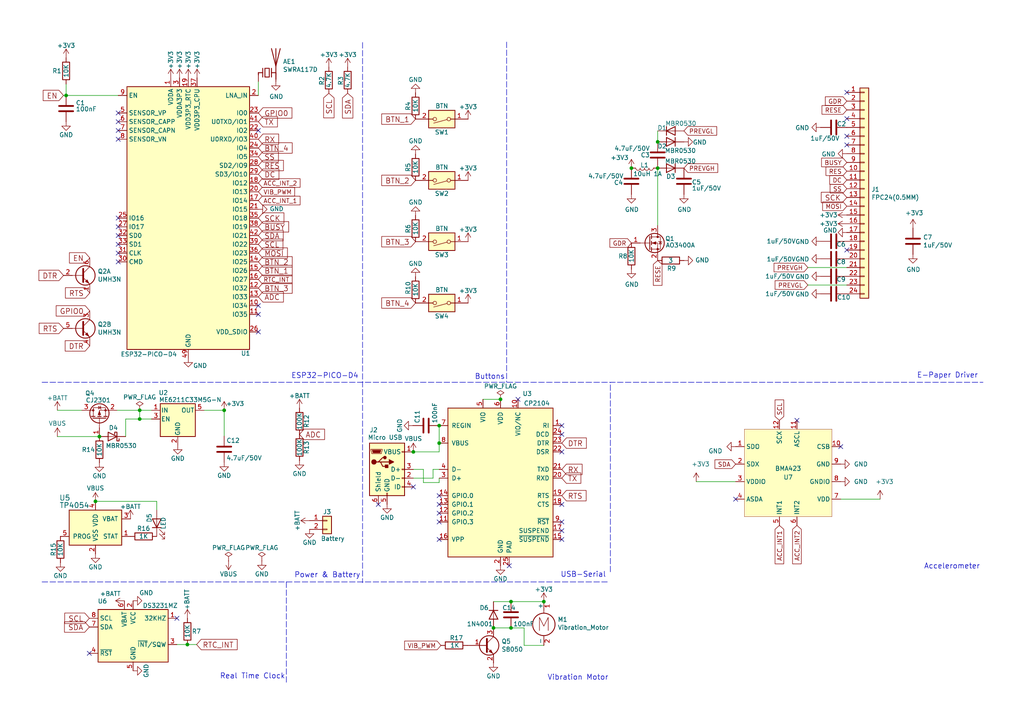
<source format=kicad_sch>
(kicad_sch (version 20210126) (generator eeschema)
  (paper "A4")
  (title_block (title "Watchy") (rev "1.5"))
  (junction (at 19.177 27.686) (diameter 0.9144))
  (junction (at 27.686 145.415) (diameter 0.9144))
  (junction (at 28.829 126.619) (diameter 0.9144))
  (junction (at 40.513 118.999) (diameter 0.9144))
  (junction (at 40.513 121.539) (diameter 0.9144))
  (junction (at 54.356 186.944) (diameter 0.9144))
  (junction (at 65.024 118.999) (diameter 0.9144))
  (junction (at 119.888 131.064) (diameter 0.9144))
  (junction (at 127.381 123.444) (diameter 0.9144))
  (junction (at 127.381 128.524) (diameter 0.9144))
  (junction (at 143.129 182.118) (diameter 0.9144))
  (junction (at 145.161 115.824) (diameter 0.9144))
  (junction (at 148.209 174.498) (diameter 0.9144))
  (junction (at 148.209 182.118) (diameter 0.9144))
  (junction (at 157.734 174.498) (diameter 0.9144))
  (junction (at 183.134 48.768) (diameter 0.9144))
  (junction (at 190.754 41.148) (diameter 0.9144))
  (junction (at 190.754 48.768) (diameter 0.9144))
  (no_connect (at 25.908 189.484))
  (no_connect (at 34.29 32.766))
  (no_connect (at 34.29 35.306))
  (no_connect (at 34.29 37.846))
  (no_connect (at 34.29 40.386))
  (no_connect (at 34.29 63.246))
  (no_connect (at 34.29 65.786))
  (no_connect (at 34.29 68.326))
  (no_connect (at 34.29 70.866))
  (no_connect (at 34.29 73.406))
  (no_connect (at 34.29 75.946))
  (no_connect (at 51.308 179.324))
  (no_connect (at 74.93 37.846))
  (no_connect (at 74.93 88.646))
  (no_connect (at 74.93 91.186))
  (no_connect (at 74.93 96.266))
  (no_connect (at 109.728 146.304))
  (no_connect (at 119.888 141.224))
  (no_connect (at 127.381 143.764))
  (no_connect (at 127.381 146.304))
  (no_connect (at 127.381 148.844))
  (no_connect (at 127.381 151.384))
  (no_connect (at 127.381 156.464))
  (no_connect (at 147.701 164.084))
  (no_connect (at 150.241 115.824))
  (no_connect (at 162.941 123.444))
  (no_connect (at 162.941 125.984))
  (no_connect (at 162.941 131.064))
  (no_connect (at 162.941 146.304))
  (no_connect (at 162.941 151.384))
  (no_connect (at 162.941 153.924))
  (no_connect (at 162.941 156.464))
  (no_connect (at 213.36 144.78))
  (no_connect (at 231.14 121.92))
  (no_connect (at 243.84 129.54))
  (no_connect (at 245.618 26.797))
  (no_connect (at 245.618 34.417))
  (no_connect (at 245.618 39.497))
  (no_connect (at 245.618 42.037))
  (no_connect (at 245.618 72.517))
  (no_connect (at 370.84 99.06))
  (no_connect (at 370.84 106.68))
  (no_connect (at 406.4 99.06))
  (wire (pts (xy 16.637 118.999) (xy 23.749 118.999)))
  (wire (pts (xy 18.415 27.686) (xy 19.177 27.686)))
  (wire (pts (xy 19.177 24.384) (xy 19.177 27.686)))
  (wire (pts (xy 19.177 27.686) (xy 34.29 27.686)))
  (wire (pts (xy 27.686 145.415) (xy 45.466 145.415)))
  (wire (pts (xy 28.829 126.619) (xy 16.637 126.619)))
  (wire (pts (xy 33.909 118.999) (xy 40.513 118.999)))
  (wire (pts (xy 36.449 121.539) (xy 40.513 121.539)))
  (wire (pts (xy 36.449 126.619) (xy 36.449 121.539)))
  (wire (pts (xy 40.513 118.999) (xy 40.513 121.539)))
  (wire (pts (xy 40.513 118.999) (xy 43.942 118.999)))
  (wire (pts (xy 40.513 121.539) (xy 43.942 121.539)))
  (wire (pts (xy 45.466 145.415) (xy 45.466 147.955)))
  (wire (pts (xy 51.308 186.944) (xy 54.356 186.944)))
  (wire (pts (xy 54.356 186.944) (xy 57.023 186.944)))
  (wire (pts (xy 59.182 118.999) (xy 65.024 118.999)))
  (wire (pts (xy 65.024 118.999) (xy 65.024 126.492)))
  (wire (pts (xy 74.93 27.686) (xy 74.93 23.622)))
  (wire (pts (xy 119.888 136.144) (xy 122.809 136.144)))
  (wire (pts (xy 119.888 138.684) (xy 125.603 138.684)))
  (wire (pts (xy 122.809 136.144) (xy 122.809 139.954)))
  (wire (pts (xy 122.809 139.954) (xy 127.381 139.954)))
  (wire (pts (xy 125.603 136.144) (xy 127.381 136.144)))
  (wire (pts (xy 125.603 138.684) (xy 125.603 136.144)))
  (wire (pts (xy 127.381 128.524) (xy 127.381 123.444)))
  (wire (pts (xy 127.381 131.064) (xy 119.888 131.064)))
  (wire (pts (xy 127.381 131.064) (xy 127.381 128.524)))
  (wire (pts (xy 127.381 139.954) (xy 127.381 138.684)))
  (wire (pts (xy 140.081 115.824) (xy 145.161 115.824)))
  (wire (pts (xy 143.129 174.498) (xy 148.209 174.498)))
  (wire (pts (xy 148.209 174.498) (xy 157.734 174.498)))
  (wire (pts (xy 148.209 182.118) (xy 143.129 182.118)))
  (wire (pts (xy 148.209 182.118) (xy 152.019 182.118)))
  (wire (pts (xy 152.019 182.118) (xy 152.019 187.198)))
  (wire (pts (xy 152.019 187.198) (xy 157.734 187.198)))
  (wire (pts (xy 190.754 41.148) (xy 190.754 37.973)))
  (wire (pts (xy 190.754 48.768) (xy 190.754 65.405)))
  (wire (pts (xy 201.93 139.7) (xy 213.36 139.7)))
  (wire (pts (xy 243.84 144.78) (xy 255.27 144.78)))
  (wire (pts (xy 245.618 77.597) (xy 234.315 77.597)))
  (wire (pts (xy 245.618 82.677) (xy 234.315 82.677)))
  (polyline (pts (xy 12.192 110.871) (xy 285.115 110.871)) (stroke (width 0) (type dash)))
  (polyline (pts (xy 12.192 168.783) (xy 176.149 168.783)) (stroke (width 0) (type dash)))
  (polyline (pts (xy 83.058 168.783) (xy 83.058 197.993)) (stroke (width 0) (type dash)))
  (polyline (pts (xy 105.156 12.319) (xy 105.156 169.037)) (stroke (width 0) (type dash)))
  (polyline (pts (xy 146.939 12.192) (xy 146.939 110.871)) (stroke (width 0) (type dash)))
  (polyline (pts (xy 177.038 165.862) (xy 177.038 110.871)) (stroke (width 0) (type dash)))
  (text "Real Time Clock" (at 63.754 197.104 0) (effects (font (size 1.524 1.524)) (justify left bottom)))
  (text "ESP32-PICO-D4" (at 84.455 109.982 0) (effects (font (size 1.524 1.524)) (justify left bottom)))
  (text "Power & Battery" (at 85.344 167.767 0) (effects (font (size 1.524 1.524)) (justify left bottom)))
  (text "Buttons" (at 137.668 110.236 0) (effects (font (size 1.524 1.524)) (justify left bottom)))
  (text "Vibration Motor" (at 158.75 197.485 0) (effects (font (size 1.524 1.524)) (justify left bottom)))
  (text "USB-Serial" (at 162.56 167.64 0) (effects (font (size 1.524 1.524)) (justify left bottom)))
  (text "E-Paper Driver" (at 265.938 109.855 0) (effects (font (size 1.524 1.524)) (justify left bottom)))
  (text "Accelerometer" (at 267.97 165.227 0) (effects (font (size 1.524 1.524)) (justify left bottom)))
  (global_label "EN" (shape input) (at 18.415 27.686 180) (effects (font (size 1.524 1.524))) (property "Intersheet References" "${INTERSHEET_REFS}" (effects hide)))
  (global_label "DTR" (shape input) (at 18.415 79.883 180) (effects (font (size 1.524 1.524))) (property "Intersheet References" "${INTERSHEET_REFS}" (effects hide)))
  (global_label "RTS" (shape input) (at 18.415 95.25 180) (effects (font (size 1.524 1.524))) (property "Intersheet References" "${INTERSHEET_REFS}" (effects hide)))
  (global_label "SCL" (shape input) (at 25.908 179.324 180) (effects (font (size 1.524 1.524))) (property "Intersheet References" "${INTERSHEET_REFS}" (effects hide)))
  (global_label "SDA" (shape input) (at 25.908 181.864 180) (effects (font (size 1.524 1.524))) (property "Intersheet References" "${INTERSHEET_REFS}" (effects hide)))
  (global_label "EN" (shape input) (at 26.035 74.803 180) (effects (font (size 1.524 1.524))) (property "Intersheet References" "${INTERSHEET_REFS}" (effects hide)))
  (global_label "RTS" (shape input) (at 26.035 84.963 180) (effects (font (size 1.524 1.524))) (property "Intersheet References" "${INTERSHEET_REFS}" (effects hide)))
  (global_label "GPIO0" (shape input) (at 26.035 90.17 180) (effects (font (size 1.524 1.524))) (property "Intersheet References" "${INTERSHEET_REFS}" (effects hide)))
  (global_label "DTR" (shape input) (at 26.035 100.33 180) (effects (font (size 1.524 1.524))) (property "Intersheet References" "${INTERSHEET_REFS}" (effects hide)))
  (global_label "RTC_INT" (shape input) (at 57.023 186.944 0) (effects (font (size 1.524 1.524))) (property "Intersheet References" "${INTERSHEET_REFS}" (effects hide)))
  (global_label "GPIO0" (shape input) (at 74.93 32.766 0) (effects (font (size 1.524 1.524))) (property "Intersheet References" "${INTERSHEET_REFS}" (effects hide)))
  (global_label "TX" (shape input) (at 74.93 35.306 0) (effects (font (size 1.524 1.524))) (property "Intersheet References" "${INTERSHEET_REFS}" (effects hide)))
  (global_label "RX" (shape input) (at 74.93 40.386 0) (effects (font (size 1.524 1.524))) (property "Intersheet References" "${INTERSHEET_REFS}" (effects hide)))
  (global_label "BTN_4" (shape input) (at 74.93 42.926 0) (effects (font (size 1.524 1.524))) (property "Intersheet References" "${INTERSHEET_REFS}" (effects hide)))
  (global_label "SS" (shape input) (at 74.93 45.466 0) (effects (font (size 1.524 1.524))) (property "Intersheet References" "${INTERSHEET_REFS}" (effects hide)))
  (global_label "RES" (shape input) (at 74.93 48.006 0) (effects (font (size 1.524 1.524))) (property "Intersheet References" "${INTERSHEET_REFS}" (effects hide)))
  (global_label "DC" (shape input) (at 74.93 50.546 0) (effects (font (size 1.524 1.524))) (property "Intersheet References" "${INTERSHEET_REFS}" (effects hide)))
  (global_label "ACC_INT_2" (shape input) (at 74.93 53.086 0) (property "Intersheet References" "${INTERSHEET_REFS}" (effects hide)))
  (global_label "VIB_PWM" (shape input) (at 74.93 55.626 0) (property "Intersheet References" "${INTERSHEET_REFS}" (effects hide)))
  (global_label "ACC_INT_1" (shape input) (at 74.93 58.166 0) (property "Intersheet References" "${INTERSHEET_REFS}" (effects hide)))
  (global_label "SCK" (shape input) (at 74.93 63.246 0) (effects (font (size 1.524 1.524))) (property "Intersheet References" "${INTERSHEET_REFS}" (effects hide)))
  (global_label "BUSY" (shape input) (at 74.93 65.786 0) (effects (font (size 1.524 1.524))) (property "Intersheet References" "${INTERSHEET_REFS}" (effects hide)))
  (global_label "SDA" (shape input) (at 74.93 68.326 0) (effects (font (size 1.524 1.524))) (property "Intersheet References" "${INTERSHEET_REFS}" (effects hide)))
  (global_label "SCL" (shape input) (at 74.93 70.866 0) (effects (font (size 1.524 1.524))) (property "Intersheet References" "${INTERSHEET_REFS}" (effects hide)))
  (global_label "MOSI" (shape input) (at 74.93 73.406 0) (effects (font (size 1.524 1.524))) (property "Intersheet References" "${INTERSHEET_REFS}" (effects hide)))
  (global_label "BTN_2" (shape input) (at 74.93 75.946 0) (effects (font (size 1.524 1.524))) (property "Intersheet References" "${INTERSHEET_REFS}" (effects hide)))
  (global_label "BTN_1" (shape input) (at 74.93 78.486 0) (effects (font (size 1.524 1.524))) (property "Intersheet References" "${INTERSHEET_REFS}" (effects hide)))
  (global_label "RTC_INT" (shape input) (at 74.93 81.026 0) (property "Intersheet References" "${INTERSHEET_REFS}" (effects hide)))
  (global_label "BTN_3" (shape input) (at 74.93 83.566 0) (effects (font (size 1.524 1.524))) (property "Intersheet References" "${INTERSHEET_REFS}" (effects hide)))
  (global_label "ADC" (shape input) (at 74.93 86.106 0) (effects (font (size 1.524 1.524))) (property "Intersheet References" "${INTERSHEET_REFS}" (effects hide)))
  (global_label "ADC" (shape input) (at 86.868 125.984 0) (effects (font (size 1.524 1.524))) (property "Intersheet References" "${INTERSHEET_REFS}" (effects hide)))
  (global_label "SCL" (shape input) (at 95.377 27.051 270) (effects (font (size 1.524 1.524))) (property "Intersheet References" "${INTERSHEET_REFS}" (effects hide)))
  (global_label "SDA" (shape input) (at 100.838 27.051 270) (effects (font (size 1.524 1.524))) (property "Intersheet References" "${INTERSHEET_REFS}" (effects hide)))
  (global_label "BTN_1" (shape input) (at 120.523 34.544 180) (effects (font (size 1.524 1.524))) (property "Intersheet References" "${INTERSHEET_REFS}" (effects hide)))
  (global_label "BTN_2" (shape input) (at 120.523 52.324 180) (effects (font (size 1.524 1.524))) (property "Intersheet References" "${INTERSHEET_REFS}" (effects hide)))
  (global_label "BTN_3" (shape input) (at 120.523 70.104 180) (effects (font (size 1.524 1.524))) (property "Intersheet References" "${INTERSHEET_REFS}" (effects hide)))
  (global_label "BTN_4" (shape input) (at 120.523 87.884 180) (effects (font (size 1.524 1.524))) (property "Intersheet References" "${INTERSHEET_REFS}" (effects hide)))
  (global_label "VIB_PWM" (shape input) (at 127.889 187.198 180) (property "Intersheet References" "${INTERSHEET_REFS}" (effects hide)))
  (global_label "DTR" (shape input) (at 162.941 128.524 0) (effects (font (size 1.524 1.524))) (property "Intersheet References" "${INTERSHEET_REFS}" (effects hide)))
  (global_label "RX" (shape input) (at 162.941 136.144 0) (effects (font (size 1.524 1.524))) (property "Intersheet References" "${INTERSHEET_REFS}" (effects hide)))
  (global_label "TX" (shape input) (at 162.941 138.684 0) (effects (font (size 1.524 1.524))) (property "Intersheet References" "${INTERSHEET_REFS}" (effects hide)))
  (global_label "RTS" (shape input) (at 162.941 143.764 0) (effects (font (size 1.524 1.524))) (property "Intersheet References" "${INTERSHEET_REFS}" (effects hide)))
  (global_label "GDR" (shape input) (at 183.134 70.485 180) (property "Intersheet References" "${INTERSHEET_REFS}" (effects hide)))
  (global_label "RESE" (shape input) (at 190.754 75.565 270) (property "Intersheet References" "${INTERSHEET_REFS}" (effects hide)))
  (global_label "PREVGL" (shape input) (at 198.374 37.973 0) (property "Intersheet References" "${INTERSHEET_REFS}" (effects hide)))
  (global_label "PREVGH" (shape input) (at 198.374 48.768 0) (property "Intersheet References" "${INTERSHEET_REFS}" (effects hide)))
  (global_label "SDA" (shape input) (at 213.36 134.62 180) (property "Intersheet References" "${INTERSHEET_REFS}" (effects hide)))
  (global_label "SCL" (shape input) (at 226.06 121.92 90) (property "Intersheet References" "${INTERSHEET_REFS}" (effects hide)))
  (global_label "ACC_INT1" (shape input) (at 226.06 152.4 270) (property "Intersheet References" "${INTERSHEET_REFS}" (effects hide)))
  (global_label "ACC_INT2" (shape input) (at 231.14 152.4 270) (property "Intersheet References" "${INTERSHEET_REFS}" (effects hide)))
  (global_label "PREVGH" (shape input) (at 234.315 77.597 180) (property "Intersheet References" "${INTERSHEET_REFS}" (effects hide)))
  (global_label "PREVGL" (shape input) (at 234.315 82.677 180) (property "Intersheet References" "${INTERSHEET_REFS}" (effects hide)))
  (global_label "GDR" (shape input) (at 245.618 29.337 180) (property "Intersheet References" "${INTERSHEET_REFS}" (effects hide)))
  (global_label "RESE" (shape input) (at 245.618 31.877 180) (property "Intersheet References" "${INTERSHEET_REFS}" (effects hide)))
  (global_label "BUSY" (shape input) (at 245.618 47.117 180) (property "Intersheet References" "${INTERSHEET_REFS}" (effects hide)))
  (global_label "RES" (shape input) (at 245.618 49.657 180) (property "Intersheet References" "${INTERSHEET_REFS}" (effects hide)))
  (global_label "DC" (shape input) (at 245.618 52.197 180) (property "Intersheet References" "${INTERSHEET_REFS}" (effects hide)))
  (global_label "SS" (shape input) (at 245.618 54.737 180) (property "Intersheet References" "${INTERSHEET_REFS}" (effects hide)))
  (global_label "SCK" (shape input) (at 245.618 57.277 180) (effects (font (size 1.524 1.524))) (property "Intersheet References" "${INTERSHEET_REFS}" (effects hide)))
  (global_label "MOSI" (shape input) (at 245.618 59.817 180) (property "Intersheet References" "${INTERSHEET_REFS}" (effects hide)))
  (global_label "SCL" (shape input) (at 370.84 101.6 180) (effects (font (size 1.524 1.524))) (property "Intersheet References" "${INTERSHEET_REFS}" (effects hide)))
  (global_label "ACC_INT_1" (shape input) (at 370.84 111.76 180) (property "Intersheet References" "${INTERSHEET_REFS}" (effects hide)))
  (global_label "ACC_INT_2" (shape input) (at 370.84 114.3 180) (property "Intersheet References" "${INTERSHEET_REFS}" (effects hide)))
  (global_label "SDA" (shape input) (at 370.84 124.46 180) (effects (font (size 1.524 1.524))) (property "Intersheet References" "${INTERSHEET_REFS}" (effects hide)))
  (symbol (lib_id "power:PWR_FLAG") (at 40.513 118.999 0) (unit 1)
    (property "Reference" "#FLG02" (effects hide))
    (property "Value" "PWR_FLAG" (at 40.513 115.189 0))
  )
  (symbol (lib_id "power:PWR_FLAG") (at 66.294 162.687 0) (unit 1)
    (property "Reference" "#FLG0101" (effects hide))
    (property "Value" "PWR_FLAG" (at 66.294 158.877 0))
  )
  (symbol (lib_id "power:PWR_FLAG") (at 75.946 162.687 0) (unit 1)
    (property "Reference" "#FLG0102" (effects hide))
    (property "Value" "PWR_FLAG" (at 75.946 158.877 0))
  )
  (symbol (lib_id "power:PWR_FLAG") (at 145.161 115.824 0) (unit 1)
    (property "Reference" "#FLG01" (effects hide))
    (property "Value" "PWR_FLAG" (at 145.161 112.014 0))
  )
  (symbol (lib_id "power:+BATT") (at 16.637 118.999 0) (unit 1)
    (property "Reference" "#PWR038" (effects hide))
    (property "Value" "+BATT" (at 16.637 115.443 0))
  )
  (symbol (lib_id "power:VBUS") (at 16.637 126.619 0) (unit 1)
    (property "Reference" "#PWR043" (effects hide))
    (property "Value" "VBUS" (at 16.637 122.809 0))
  )
  (symbol (lib_id "power:+3V3") (at 19.177 16.764 0) (unit 1)
    (property "Reference" "#PWR01" (effects hide))
    (property "Value" "+3V3" (at 19.177 13.208 0))
  )
  (symbol (lib_id "power:VBUS") (at 27.686 145.415 0) (unit 1)
    (property "Reference" "#PWR052" (effects hide))
    (property "Value" "VBUS" (at 27.686 141.605 0))
  )
  (symbol (lib_id "power:+BATT") (at 36.068 174.244 90) (unit 1)
    (property "Reference" "#PWR061" (effects hide))
    (property "Value" "+BATT" (at 32.004 172.212 90))
  )
  (symbol (lib_id "power:+BATT") (at 37.846 150.495 0) (unit 1)
    (property "Reference" "#PWR053" (effects hide))
    (property "Value" "+BATT" (at 37.846 146.939 0))
  )
  (symbol (lib_id "power:+3V3") (at 49.53 22.606 0) (unit 1)
    (property "Reference" "#PWR04" (effects hide))
    (property "Value" "+3V3" (at 49.53 17.399 90))
  )
  (symbol (lib_id "power:+3V3") (at 52.07 22.606 0) (unit 1)
    (property "Reference" "#PWR05" (effects hide))
    (property "Value" "+3V3" (at 52.07 17.399 90))
  )
  (symbol (lib_id "power:+BATT") (at 54.356 179.324 0) (unit 1)
    (property "Reference" "#PWR0102" (effects hide))
    (property "Value" "+BATT" (at 54.229 173.863 90))
  )
  (symbol (lib_id "power:+3V3") (at 54.61 22.606 0) (unit 1)
    (property "Reference" "#PWR06" (effects hide))
    (property "Value" "+3V3" (at 54.61 17.399 90))
  )
  (symbol (lib_id "power:+3V3") (at 57.15 22.606 0) (unit 1)
    (property "Reference" "#PWR07" (effects hide))
    (property "Value" "+3V3" (at 57.15 17.399 90))
  )
  (symbol (lib_id "power:+3V3") (at 65.024 118.999 0) (unit 1)
    (property "Reference" "#PWR039" (effects hide))
    (property "Value" "+3V3" (at 68.199 117.094 0))
  )
  (symbol (lib_id "power:VBUS") (at 66.294 162.687 180) (unit 1)
    (property "Reference" "#PWR0103" (effects hide))
    (property "Value" "VBUS" (at 66.294 166.497 0))
  )
  (symbol (lib_id "power:+BATT") (at 86.868 118.364 0) (unit 1)
    (property "Reference" "#PWR037" (effects hide))
    (property "Value" "+BATT" (at 86.868 114.808 0))
  )
  (symbol (lib_id "power:+BATT") (at 89.789 151.003 90) (unit 1)
    (property "Reference" "#PWR054" (effects hide))
    (property "Value" "+BATT" (at 86.233 151.003 0))
  )
  (symbol (lib_id "power:+3V3") (at 95.377 19.431 0) (unit 1)
    (property "Reference" "#PWR02" (effects hide))
    (property "Value" "+3V3" (at 95.377 15.875 0))
  )
  (symbol (lib_id "power:+3V3") (at 100.838 19.431 0) (unit 1)
    (property "Reference" "#PWR03" (effects hide))
    (property "Value" "+3V3" (at 100.838 15.875 0))
  )
  (symbol (lib_id "power:VBUS") (at 119.888 131.064 0) (unit 1)
    (property "Reference" "#PWR045" (effects hide))
    (property "Value" "VBUS" (at 119.888 127.254 0))
  )
  (symbol (lib_id "power:+3V3") (at 135.763 34.544 0) (unit 1)
    (property "Reference" "#PWR010" (effects hide))
    (property "Value" "+3V3" (at 135.763 30.988 0))
  )
  (symbol (lib_id "power:+3V3") (at 135.763 52.324 0) (unit 1)
    (property "Reference" "#PWR017" (effects hide))
    (property "Value" "+3V3" (at 135.763 48.768 0))
  )
  (symbol (lib_id "power:+3V3") (at 135.763 70.104 0) (unit 1)
    (property "Reference" "#PWR027" (effects hide))
    (property "Value" "+3V3" (at 135.763 66.548 0))
  )
  (symbol (lib_id "power:+3V3") (at 135.763 87.884 0) (unit 1)
    (property "Reference" "#PWR035" (effects hide))
    (property "Value" "+3V3" (at 135.763 84.328 0))
  )
  (symbol (lib_id "power:+3V3") (at 157.734 174.498 0) (unit 1)
    (property "Reference" "#PWR062" (effects hide))
    (property "Value" "+3V3" (at 157.734 170.942 0))
  )
  (symbol (lib_id "power:+3.3V") (at 183.134 48.768 0) (unit 1)
    (property "Reference" "#PWR016" (effects hide))
    (property "Value" "+3.3V" (at 179.705 45.72 0))
  )
  (symbol (lib_id "power:+3V3") (at 201.93 139.7 0) (unit 1)
    (property "Reference" "#PWR0106" (effects hide))
    (property "Value" "+3V3" (at 203.2 134.62 0))
  )
  (symbol (lib_id "power:+3.3V") (at 245.618 62.357 90) (unit 1)
    (property "Reference" "#PWR021" (effects hide))
    (property "Value" "+3.3V" (at 242.951 62.357 90) (effects (justify left)))
  )
  (symbol (lib_id "power:+3.3V") (at 245.618 64.897 90) (unit 1)
    (property "Reference" "#PWR023" (effects hide))
    (property "Value" "+3.3V" (at 242.951 64.897 90) (effects (justify left)))
  )
  (symbol (lib_id "power:+3V3") (at 255.27 144.78 0) (unit 1)
    (property "Reference" "#PWR0108" (effects hide))
    (property "Value" "+3V3" (at 256.54 139.7 0))
  )
  (symbol (lib_id "power:+3.3V") (at 264.795 66.167 0) (unit 1)
    (property "Reference" "#PWR024" (effects hide))
    (property "Value" "+3.3V" (at 265.176 61.7728 0))
  )
  (symbol (lib_id "power:+3V3") (at 406.4 91.44 0) (unit 1)
    (property "Reference" "#PWR040" (effects hide))
    (property "Value" "+3V3" (at 406.4 87.884 0))
  )
  (symbol (lib_id "power:+3V3") (at 406.4 93.98 180) (unit 1)
    (property "Reference" "#PWR041" (effects hide))
    (property "Value" "+3V3" (at 406.4 97.536 0))
  )
  (symbol (lib_id "Device:L") (at 186.944 48.768 270) (unit 1)
    (property "Reference" "L1" (at 186.944 47.879 90))
    (property "Value" "10uH 1A" (at 187.833 50.419 90))
    (property "Footprint" "Inductors:Inductor_Taiyo-Yuden_NR-40xx" (effects hide))
  )
  (symbol (lib_id "power:GND") (at 17.526 163.195 0) (unit 1)
    (property "Reference" "#PWR055" (effects hide))
    (property "Value" "GND" (at 17.526 167.005 0))
  )
  (symbol (lib_id "power:GND") (at 19.177 35.306 0) (unit 1)
    (property "Reference" "#PWR011" (effects hide))
    (property "Value" "GND" (at 19.177 39.116 0))
  )
  (symbol (lib_id "power:GND") (at 27.686 160.655 0) (unit 1)
    (property "Reference" "#PWR057" (effects hide))
    (property "Value" "GND" (at 27.686 164.465 0))
  )
  (symbol (lib_id "power:GND") (at 28.829 134.239 0) (unit 1)
    (property "Reference" "#PWR048" (effects hide))
    (property "Value" "GND" (at 28.829 138.049 0))
  )
  (symbol (lib_id "power:GND") (at 38.608 174.244 90) (unit 1)
    (property "Reference" "#PWR0101" (effects hide))
    (property "Value" "GND" (at 42.418 171.958 90))
  )
  (symbol (lib_id "power:GND") (at 38.608 194.564 90) (unit 1)
    (property "Reference" "#PWR064" (effects hide))
    (property "Value" "GND" (at 42.418 194.564 0))
  )
  (symbol (lib_id "power:GND") (at 51.562 129.159 0) (unit 1)
    (property "Reference" "#PWR044" (effects hide))
    (property "Value" "GND" (at 51.562 132.969 0))
  )
  (symbol (lib_id "power:GND") (at 54.61 103.886 0) (unit 1)
    (property "Reference" "#PWR036" (effects hide))
    (property "Value" "GND" (at 58.039 106.045 0))
  )
  (symbol (lib_id "power:GND") (at 65.024 134.112 0) (unit 1)
    (property "Reference" "#PWR047" (effects hide))
    (property "Value" "GND" (at 65.024 137.922 0))
  )
  (symbol (lib_id "power:GND") (at 74.93 60.706 90) (unit 1)
    (property "Reference" "#PWR020" (effects hide))
    (property "Value" "GND" (at 78.1812 60.579 90) (effects (justify right)))
  )
  (symbol (lib_id "power:GND") (at 75.946 162.687 0) (unit 1)
    (property "Reference" "#PWR0104" (effects hide))
    (property "Value" "GND" (at 75.946 166.497 0))
  )
  (symbol (lib_id "power:GND") (at 80.01 23.622 0) (unit 1)
    (property "Reference" "#PWR08" (effects hide))
    (property "Value" "GND" (at 80.137 28.0162 0))
  )
  (symbol (lib_id "power:GND") (at 86.868 133.604 0) (unit 1)
    (property "Reference" "#PWR046" (effects hide))
    (property "Value" "GND" (at 86.868 137.414 0))
  )
  (symbol (lib_id "power:GND") (at 89.789 153.543 0) (unit 1)
    (property "Reference" "#PWR056" (effects hide))
    (property "Value" "GND" (at 89.789 157.353 0))
  )
  (symbol (lib_id "power:GND") (at 112.268 146.304 0) (unit 1)
    (property "Reference" "#PWR050" (effects hide))
    (property "Value" "GND" (at 112.268 150.114 0))
  )
  (symbol (lib_id "power:GND") (at 119.761 123.444 270) (unit 1)
    (property "Reference" "#PWR042" (effects hide))
    (property "Value" "GND" (at 115.951 123.444 0))
  )
  (symbol (lib_id "power:GND") (at 120.523 26.924 180) (unit 1)
    (property "Reference" "#PWR09" (effects hide))
    (property "Value" "GND" (at 120.523 23.114 0))
  )
  (symbol (lib_id "power:GND") (at 120.523 44.704 180) (unit 1)
    (property "Reference" "#PWR015" (effects hide))
    (property "Value" "GND" (at 120.523 40.894 0))
  )
  (symbol (lib_id "power:GND") (at 120.523 62.484 180) (unit 1)
    (property "Reference" "#PWR022" (effects hide))
    (property "Value" "GND" (at 120.523 58.674 0))
  )
  (symbol (lib_id "power:GND") (at 120.523 80.264 180) (unit 1)
    (property "Reference" "#PWR033" (effects hide))
    (property "Value" "GND" (at 120.523 76.454 0))
  )
  (symbol (lib_id "power:GND") (at 143.129 192.278 0) (unit 1)
    (property "Reference" "#PWR063" (effects hide))
    (property "Value" "GND" (at 143.129 196.088 0))
  )
  (symbol (lib_id "power:GND") (at 145.161 164.084 0) (unit 1)
    (property "Reference" "#PWR060" (effects hide))
    (property "Value" "GND" (at 145.161 167.894 0))
  )
  (symbol (lib_id "power:GND") (at 183.134 56.388 0) (unit 1)
    (property "Reference" "#PWR018" (effects hide))
    (property "Value" "GND" (at 183.261 60.7822 0))
  )
  (symbol (lib_id "power:GND") (at 183.134 78.105 0) (unit 1)
    (property "Reference" "#PWR031" (effects hide))
    (property "Value" "GND" (at 183.261 82.4992 0))
  )
  (symbol (lib_id "power:GND") (at 198.374 41.148 90) (unit 1)
    (property "Reference" "#PWR013" (effects hide))
    (property "Value" "GND" (at 200.914 41.275 90) (effects (justify right)))
  )
  (symbol (lib_id "power:GND") (at 198.374 56.388 0) (unit 1)
    (property "Reference" "#PWR019" (effects hide))
    (property "Value" "GND" (at 198.501 60.7822 0))
  )
  (symbol (lib_id "power:GND") (at 198.374 75.565 90) (unit 1)
    (property "Reference" "#PWR030" (effects hide))
    (property "Value" "GND" (at 201.6252 75.438 90) (effects (justify right)))
  )
  (symbol (lib_id "power:GND") (at 213.36 129.54 270) (unit 1)
    (property "Reference" "#PWR0107" (effects hide))
    (property "Value" "GND" (at 209.55 130.81 90) (effects (justify right)))
  )
  (symbol (lib_id "power:GND") (at 237.998 36.957 270) (unit 1)
    (property "Reference" "#PWR012" (effects hide))
    (property "Value" "GND" (at 234.7468 37.084 90) (effects (justify right)))
  )
  (symbol (lib_id "power:GND") (at 237.998 69.977 270) (unit 1)
    (property "Reference" "#PWR026" (effects hide))
    (property "Value" "GND" (at 234.7468 70.104 90) (effects (justify right)))
  )
  (symbol (lib_id "power:GND") (at 237.998 75.057 270) (unit 1)
    (property "Reference" "#PWR029" (effects hide))
    (property "Value" "GND" (at 234.7468 75.184 90) (effects (justify right)))
  )
  (symbol (lib_id "power:GND") (at 237.998 80.137 270) (unit 1)
    (property "Reference" "#PWR032" (effects hide))
    (property "Value" "GND" (at 234.7468 80.264 90) (effects (justify right)))
  )
  (symbol (lib_id "power:GND") (at 237.998 85.217 270) (unit 1)
    (property "Reference" "#PWR034" (effects hide))
    (property "Value" "GND" (at 234.7468 85.344 90) (effects (justify right)))
  )
  (symbol (lib_id "power:GND") (at 243.84 134.62 90) (unit 1)
    (property "Reference" "#PWR0110" (effects hide))
    (property "Value" "GND" (at 247.65 134.62 90) (effects (justify right)))
  )
  (symbol (lib_id "power:GND") (at 243.84 139.7 90) (unit 1)
    (property "Reference" "#PWR0109" (effects hide))
    (property "Value" "GND" (at 247.65 139.7 90) (effects (justify right)))
  )
  (symbol (lib_id "power:GND") (at 245.618 44.577 270) (unit 1)
    (property "Reference" "#PWR014" (effects hide))
    (property "Value" "GND" (at 242.3668 44.704 90) (effects (justify right)))
  )
  (symbol (lib_id "power:GND") (at 245.618 67.437 270) (unit 1)
    (property "Reference" "#PWR025" (effects hide))
    (property "Value" "GND" (at 242.824 66.802 90) (effects (justify right)))
  )
  (symbol (lib_id "power:GND") (at 264.795 73.787 0) (unit 1)
    (property "Reference" "#PWR028" (effects hide))
    (property "Value" "GND" (at 264.922 78.1812 0))
  )
  (symbol (lib_id "power:GND") (at 370.84 119.38 270) (unit 1)
    (property "Reference" "#PWR051" (effects hide))
    (property "Value" "GND" (at 367.5888 119.507 90) (effects (justify right)))
  )
  (symbol (lib_id "power:GND") (at 406.4 129.54 90) (unit 1)
    (property "Reference" "#PWR058" (effects hide))
    (property "Value" "GND" (at 409.6512 129.413 90) (effects (justify right)))
  )
  (symbol (lib_id "power:GND") (at 406.4 132.08 90) (unit 1)
    (property "Reference" "#PWR059" (effects hide))
    (property "Value" "GND" (at 409.6512 131.953 90) (effects (justify right)))
  )
  (symbol (lib_id "Device:R") (at 17.526 159.385 180) (unit 1)
    (property "Reference" "R15" (at 15.494 159.385 90))
    (property "Value" "10K" (at 17.526 159.385 90))
    (property "Footprint" "Resistors_SMD:R_0402" (effects hide))
  )
  (symbol (lib_id "Device:R") (at 19.177 20.574 0) (unit 1)
    (property "Reference" "R1" (at 16.51 20.574 0))
    (property "Value" "10K" (at 19.177 20.574 90))
    (property "Footprint" "Resistors_SMD:R_0402" (effects hide))
  )
  (symbol (lib_id "Device:R") (at 28.829 130.429 0) (unit 1)
    (property "Reference" "R14" (at 25.654 130.429 0))
    (property "Value" "10K" (at 28.829 130.429 90))
    (property "Footprint" "Resistors_SMD:R_0402" (effects hide))
  )
  (symbol (lib_id "Device:R") (at 41.656 155.575 270) (unit 1)
    (property "Reference" "R16" (at 41.656 153.289 90))
    (property "Value" "1K" (at 41.656 155.575 90))
    (property "Footprint" "Resistors_SMD:R_0402" (effects hide))
  )
  (symbol (lib_id "Device:R") (at 54.356 183.134 0) (unit 1)
    (property "Reference" "R7" (at 55.626 183.134 0) (effects (justify left)))
    (property "Value" "10K" (at 54.356 185.039 90) (effects (justify left)))
    (property "Footprint" "Resistors_SMD:R_0402" (effects hide))
  )
  (symbol (lib_id "Device:R") (at 86.868 122.174 0) (unit 1)
    (property "Reference" "R12" (at 88.9 122.174 90))
    (property "Value" "100K" (at 86.868 122.174 90))
    (property "Footprint" "Resistors_SMD:R_0402" (effects hide))
  )
  (symbol (lib_id "Device:R") (at 86.868 129.794 0) (unit 1)
    (property "Reference" "R13" (at 88.9 129.794 90))
    (property "Value" "100K" (at 86.868 129.794 90))
    (property "Footprint" "Resistors_SMD:R_0402" (effects hide))
  )
  (symbol (lib_id "Device:R") (at 95.377 23.241 0) (unit 1)
    (property "Reference" "R2" (at 93.345 24.765 90) (effects (justify left)))
    (property "Value" "4.7K" (at 95.377 25.527 90) (effects (justify left)))
    (property "Footprint" "Resistors_SMD:R_0402" (effects hide))
  )
  (symbol (lib_id "Device:R") (at 100.838 23.241 0) (unit 1)
    (property "Reference" "R3" (at 98.806 24.765 90) (effects (justify left)))
    (property "Value" "4.7K" (at 100.838 25.527 90) (effects (justify left)))
    (property "Footprint" "Resistors_SMD:R_0402" (effects hide))
  )
  (symbol (lib_id "Device:R") (at 120.523 30.734 0) (unit 1)
    (property "Reference" "R4" (at 118.364 32.131 90) (effects (justify left)))
    (property "Value" "10K" (at 120.523 32.639 90) (effects (justify left)))
    (property "Footprint" "Resistors_SMD:R_0402" (effects hide))
  )
  (symbol (lib_id "Device:R") (at 120.523 48.514 0) (unit 1)
    (property "Reference" "R5" (at 118.364 49.911 90) (effects (justify left)))
    (property "Value" "10K" (at 120.523 50.419 90) (effects (justify left)))
    (property "Footprint" "Resistors_SMD:R_0402" (effects hide))
  )
  (symbol (lib_id "Device:R") (at 120.523 66.294 0) (unit 1)
    (property "Reference" "R6" (at 118.364 67.691 90) (effects (justify left)))
    (property "Value" "10K" (at 120.523 68.199 90) (effects (justify left)))
    (property "Footprint" "Resistors_SMD:R_0402" (effects hide))
  )
  (symbol (lib_id "Device:R") (at 120.523 84.074 0) (unit 1)
    (property "Reference" "R10" (at 118.364 85.471 90) (effects (justify left)))
    (property "Value" "10K" (at 120.523 85.979 90) (effects (justify left)))
    (property "Footprint" "Resistors_SMD:R_0402" (effects hide))
  )
  (symbol (lib_id "Device:R") (at 131.699 187.198 270) (unit 1)
    (property "Reference" "R17" (at 130.429 185.039 90) (effects (justify left)))
    (property "Value" "1K" (at 130.556 187.198 90) (effects (justify left)))
    (property "Footprint" "Resistors_SMD:R_0402" (effects hide))
  )
  (symbol (lib_id "Device:R") (at 183.134 74.295 0) (unit 1)
    (property "Reference" "R8" (at 179.324 74.295 0) (effects (justify left)))
    (property "Value" "10K" (at 183.134 76.2 90) (effects (justify left)))
    (property "Footprint" "Resistors_SMD:R_0402" (effects hide))
  )
  (symbol (lib_id "Device:R") (at 194.564 75.565 270) (unit 1)
    (property "Reference" "R9" (at 193.421 77.851 90) (effects (justify left)))
    (property "Value" "3" (at 193.802 75.565 90) (effects (justify left)))
    (property "Footprint" "Resistors_SMD:R_0402" (effects hide))
  )
  (symbol (lib_id "Device:D_Schottky") (at 32.639 126.619 180) (unit 1)
    (property "Reference" "D4" (at 32.893 124.079 0))
    (property "Value" "MBR0530" (at 35.179 129.286 0))
    (property "Footprint" "Diodes_SMD:D_SOD-123" (effects hide))
  )
  (symbol (lib_id "Diode:1N4001") (at 143.129 178.308 270) (unit 1)
    (property "Reference" "D6" (at 139.065 176.276 90) (effects (justify left)))
    (property "Value" "1N4001" (at 135.382 180.975 90) (effects (justify left)))
    (property "Footprint" "Diodes_SMD:D_SOD-123F" (effects hide))
    (property "Datasheet" "http://www.vishay.com/docs/88503/1n4001.pdf" (effects hide))
  )
  (symbol (lib_id "Device:D") (at 194.564 37.973 0) (unit 1)
    (property "Reference" "D1" (at 192.024 37.084 0))
    (property "Value" "MBR0530" (at 197.485 35.814 0))
    (property "Footprint" "Diodes_SMD:D_SOD-123" (effects hide))
  )
  (symbol (lib_id "Device:D") (at 194.564 41.148 180) (unit 1)
    (property "Reference" "D2" (at 192.024 42.418 0))
    (property "Value" "MBR0530" (at 197.358 43.688 0))
    (property "Footprint" "Diodes_SMD:D_SOD-123" (effects hide))
  )
  (symbol (lib_id "Device:D") (at 194.564 48.768 180) (unit 1)
    (property "Reference" "D3" (at 194.564 51.181 0))
    (property "Value" "MBR0530" (at 197.358 46.736 0))
    (property "Footprint" "Diodes_SMD:D_SOD-123" (effects hide))
  )
  (symbol (lib_id "Device:LED") (at 45.466 151.765 90) (unit 1)
    (property "Reference" "D5" (at 43.307 150.241 0))
    (property "Value" "LED" (at 47.371 151.765 0))
    (property "Footprint" "LEDs:LED_0603" (effects hide))
  )
  (symbol (lib_id "Connector_Generic:Conn_01x02") (at 94.869 151.003 0) (unit 1)
    (property "Reference" "J3" (at 94.869 148.463 0))
    (property "Value" "Battery" (at 96.52 156.21 0))
    (property "Footprint" "Watchy:1.25T-2PWT (Molex 532610271)" (effects hide))
  )
  (symbol (lib_id "Device:C") (at 19.177 31.496 0) (unit 1)
    (property "Reference" "C1" (at 21.971 29.845 0) (effects (justify left)))
    (property "Value" "100nF" (at 21.971 31.623 0) (effects (justify left)))
    (property "Footprint" "Capacitor_SMD:C_0603_1608Metric" (effects hide))
  )
  (symbol (lib_id "Device:C") (at 65.024 130.302 0) (unit 1)
    (property "Reference" "C12" (at 65.659 127.762 0) (effects (justify left)))
    (property "Value" "4.7uF/50V" (at 65.659 132.842 0) (effects (justify left)))
    (property "Footprint" "Capacitors_SMD:C_0805" (effects hide))
  )
  (symbol (lib_id "Device:C") (at 123.571 123.444 90) (unit 1)
    (property "Reference" "C11" (at 121.031 122.809 0) (effects (justify left)))
    (property "Value" "100nF" (at 126.111 122.809 0) (effects (justify left)))
    (property "Footprint" "Capacitor_SMD:C_0603_1608Metric" (effects hide))
  )
  (symbol (lib_id "Device:C") (at 148.209 178.308 0) (unit 1)
    (property "Reference" "C14" (at 145.669 176.276 0) (effects (justify left)))
    (property "Value" "100nF" (at 148.844 180.975 0) (effects (justify left)))
    (property "Footprint" "Capacitor_SMD:C_0603_1608Metric" (effects hide))
  )
  (symbol (lib_id "Device:C") (at 183.134 52.578 0) (unit 1)
    (property "Reference" "C4" (at 178.054 52.959 0) (effects (justify left)))
    (property "Value" "4.7uF/50V" (at 170.561 51.054 0) (effects (justify left)))
    (property "Footprint" "Capacitors_SMD:C_0805" (effects hide))
  )
  (symbol (lib_id "Device:C") (at 190.754 44.958 0) (unit 1)
    (property "Reference" "C3" (at 185.801 44.958 0) (effects (justify left)))
    (property "Value" "4.7uF/50V" (at 178.181 43.053 0) (effects (justify left)))
    (property "Footprint" "Capacitors_SMD:C_0805" (effects hide))
  )
  (symbol (lib_id "Device:C") (at 198.374 52.578 0) (unit 1)
    (property "Reference" "C5" (at 200.66 52.832 0) (effects (justify left)))
    (property "Value" "1uF/50V" (at 200.66 54.61 0) (effects (justify left)))
    (property "Footprint" "Capacitor_SMD:C_0603_1608Metric" (effects hide))
  )
  (symbol (lib_id "Device:C") (at 241.808 36.957 270) (unit 1)
    (property "Reference" "C2" (at 244.094 35.941 90))
    (property "Value" "1uF/50V" (at 239.268 40.132 90))
    (property "Footprint" "Capacitor_SMD:C_0603_1608Metric" (effects hide))
  )
  (symbol (lib_id "Device:C") (at 241.808 69.977 270) (unit 1)
    (property "Reference" "C6" (at 243.967 70.866 90))
    (property "Value" "1uF/50V" (at 226.568 69.977 90))
    (property "Footprint" "Capacitor_SMD:C_0603_1608Metric" (effects hide))
  )
  (symbol (lib_id "Device:C") (at 241.808 75.057 270) (unit 1)
    (property "Reference" "C8" (at 243.967 75.946 90))
    (property "Value" "1uF/50V" (at 226.568 75.184 90))
    (property "Footprint" "Capacitor_SMD:C_0603_1608Metric" (effects hide))
  )
  (symbol (lib_id "Device:C") (at 241.808 80.137 270) (unit 1)
    (property "Reference" "C9" (at 243.967 81.026 90))
    (property "Value" "1uF/50V" (at 226.187 80.137 90))
    (property "Footprint" "Capacitor_SMD:C_0603_1608Metric" (effects hide))
  )
  (symbol (lib_id "Device:C") (at 241.808 85.217 270) (unit 1)
    (property "Reference" "C10" (at 244.729 86.233 90))
    (property "Value" "1uF/50V" (at 226.187 85.217 90))
    (property "Footprint" "Capacitor_SMD:C_0603_1608Metric" (effects hide))
  )
  (symbol (lib_id "Device:C") (at 264.795 69.977 0) (unit 1)
    (property "Reference" "C7" (at 267.716 68.8086 0) (effects (justify left)))
    (property "Value" "1uF/50V" (at 267.716 71.12 0) (effects (justify left)))
    (property "Footprint" "Capacitor_SMD:C_0603_1608Metric" (effects hide))
  )
  (symbol (lib_id "Device:Antenna_Chip") (at 77.47 21.082 0) (unit 1)
    (property "Reference" "AE1" (at 82.042 17.8562 0) (effects (justify left)))
    (property "Value" "SWRA117D" (at 82.042 20.1676 0) (effects (justify left)))
    (property "Footprint" "Watchy:SWRA117D" (effects hide))
  )
  (symbol (lib_id "Switch:SW_DIP_x01") (at 128.143 34.544 180) (unit 1)
    (property "Reference" "SW1" (at 128.143 38.354 0))
    (property "Value" "BTN" (at 128.143 30.734 0))
    (property "Footprint" "Watchy:K2-1114SA-A4SW-06" (effects hide))
  )
  (symbol (lib_id "Switch:SW_DIP_x01") (at 128.143 52.324 180) (unit 1)
    (property "Reference" "SW2" (at 128.143 56.134 0))
    (property "Value" "BTN" (at 128.143 48.514 0))
    (property "Footprint" "Watchy:K2-1114SA-A4SW-06" (effects hide))
  )
  (symbol (lib_id "Switch:SW_DIP_x01") (at 128.143 70.104 180) (unit 1)
    (property "Reference" "SW3" (at 128.143 73.914 0))
    (property "Value" "BTN" (at 128.143 66.294 0))
    (property "Footprint" "Watchy:K2-1114SA-A4SW-06" (effects hide))
  )
  (symbol (lib_id "Switch:SW_DIP_x01") (at 128.143 87.884 180) (unit 1)
    (property "Reference" "SW4" (at 128.143 91.694 0))
    (property "Value" "BTN" (at 128.143 84.074 0))
    (property "Footprint" "Watchy:K2-1114SA-A4SW-06" (effects hide))
  )
  (symbol (lib_id "Motor:Motor_DC") (at 157.734 179.578 0) (unit 1)
    (property "Reference" "M1" (at 161.7472 179.6796 0) (effects (justify left)))
    (property "Value" "Vibration_Motor" (at 161.7472 181.991 0) (effects (justify left)))
    (property "Footprint" "Watchy:Motor_Header" (effects hide))
  )
  (symbol (lib_id "Watchy-rescue:Q_DUAL_NPN_NPN_E1B1C2E2B2C1-Device") (at 23.495 79.883 0) (unit 1)
    (property "Reference" "Q2" (at 28.321 78.7146 0) (effects (justify left)))
    (property "Value" "UMH3N" (at 28.321 81.026 0) (effects (justify left)))
    (property "Footprint" "TO_SOT_Packages_SMD:SOT-363_SC-70-6" (effects hide))
  )
  (symbol (lib_id "Watchy-rescue:Q_DUAL_NPN_NPN_E1B1C2E2B2C1-Device") (at 23.495 95.25 0) (unit 2)
    (property "Reference" "Q2" (at 28.321 94.0816 0) (effects (justify left)))
    (property "Value" "UMH3N" (at 28.321 96.393 0) (effects (justify left)))
    (property "Footprint" "TO_SOT_Packages_SMD:SOT-363_SC-70-6" (effects hide))
  )
  (symbol (lib_id "Device:Q_NPN_BEC") (at 140.589 187.198 0) (unit 1)
    (property "Reference" "Q5" (at 145.4404 186.0296 0) (effects (justify left)))
    (property "Value" "S8050" (at 145.4404 188.341 0) (effects (justify left)))
    (property "Footprint" "TO_SOT_Packages_SMD:SOT-23" (effects hide))
  )
  (symbol (lib_id "Transistor_FET:BSS83P") (at 28.829 121.539 90) (unit 1)
    (property "Reference" "Q4" (at 27.432 114.046 90) (effects (justify left)))
    (property "Value" "CJ2301" (at 32.131 116.078 90) (effects (justify left)))
    (property "Footprint" "TO_SOT_Packages_SMD:SOT-23" (effects hide))
  )
  (symbol (lib_id "Transistor_FET:DMN3042L") (at 188.214 70.485 0) (unit 1)
    (property "Reference" "Q1" (at 192.913 69.215 0) (effects (justify left)))
    (property "Value" "AO3400A" (at 193.04 71.12 0) (effects (justify left)))
    (property "Footprint" "TO_SOT_Packages_SMD:SOT-23" (effects hide))
    (property "Datasheet" "http://www.diodes.com/assets/Datasheets/DMN3042L.pdf" (effects hide))
  )
  (symbol (lib_id "Regulator_Linear:TLV70033_SOT23-5") (at 51.562 121.539 0) (unit 1)
    (property "Reference" "U2" (at 47.371 113.919 0))
    (property "Value" "ME6211C33M5G-N" (at 46.101 115.951 0) (effects (justify left)))
    (property "Footprint" "TO_SOT_Packages_SMD:SOT-23-5" (effects hide))
  )
  (symbol (lib_id "Connector:USB_OTG") (at 112.268 136.144 0) (unit 1)
    (property "Reference" "J2" (at 107.188 124.714 0) (effects (justify left)))
    (property "Value" "Micro USB" (at 106.68 126.873 0) (effects (justify left)))
    (property "Footprint" "Watchy:USB_Micro-B" (effects hide))
  )
  (symbol (lib_id "Battery_Management:MCP73831-2-OT") (at 27.686 153.035 0) (unit 1)
    (property "Reference" "U5" (at 18.796 144.399 0) (effects (font (size 1.524 1.524))))
    (property "Value" "TP4054" (at 21.59 146.558 0) (effects (font (size 1.524 1.524))))
    (property "Footprint" "TO_SOT_Packages_SMD:SOT-23-5" (effects hide))
  )
  (symbol (lib_id "Connector_Generic:Conn_01x24") (at 250.698 54.737 0) (unit 1)
    (property "Reference" "J1" (at 252.73 54.9402 0) (effects (justify left)))
    (property "Value" "FPC24(0.5MM)" (at 252.73 57.2516 0) (effects (justify left)))
    (property "Footprint" "Watchy:24_Pins_0.5mm_Pitch_ZIF_Connector_UP" (effects hide))
  )
  (symbol (lib_id "Timer_RTC:DS3231MZ") (at 38.608 184.404 0) (unit 1)
    (property "Reference" "U6" (at 29.718 174.371 0))
    (property "Value" "DS3231MZ" (at 46.482 175.641 0))
    (property "Footprint" "Housings_SOIC:SOIC-8_3.9x4.9mm_Pitch1.27mm" (effects hide))
    (property "Datasheet" "http://datasheets.maximintegrated.com/en/ds/DS3231M.pdf" (effects hide))
  )
  (symbol (lib_name "Watchy:BMA423_1") (lib_id "Watchy:BMA423") (at 228.6 137.16 0) (unit 1)
    (property "Reference" "U7" (at 228.6 138.43 0))
    (property "Value" "BMA423" (at 228.6 135.89 0))
  )
  (symbol (lib_id "Watchy:BMA423") (at 388.62 111.76 0) (unit 1)
    (property "Reference" "U4" (at 388.62 84.582 0))
    (property "Value" "BMA423" (at 388.62 86.8934 0))
    (property "Footprint" "Housings_LGA:LGA-12_2x2mm_Pitch0.5mm" (effects hide))
    (property "Datasheet" "IC_BMA400" (effects hide))
    (property "Field4" "Bosch Sensortec" (effects hide))
  )
  (symbol (lib_id "Watchy-rescue:CP2104-Interface_USB") (at 145.161 138.684 0) (unit 1)
    (property "Reference" "U3" (at 154.305 114.173 0) (effects (justify right)))
    (property "Value" "CP2104" (at 159.512 116.967 0) (effects (justify right)))
    (property "Footprint" "Housings_DFN_QFN:QFN-24-1EP_4x4mm_Pitch0.5mm" (effects hide))
  )
  (symbol (lib_id "RF_Module:ESP32-PICO-D4") (at 54.61 63.246 0) (unit 1)
    (property "Reference" "U1" (at 71.247 102.489 0))
    (property "Value" "ESP32-PICO-D4" (at 43.18 102.743 0))
    (property "Footprint" "Housings_DFN_QFN:QFN-48-1EP_7x7mm_Pitch0.5mm" (effects hide))
    (property "Datasheet" "https://www.espressif.com/sites/default/files/documentation/esp32-pico-d4_datasheet_en.pdf" (effects hide))
  )
)
</source>
